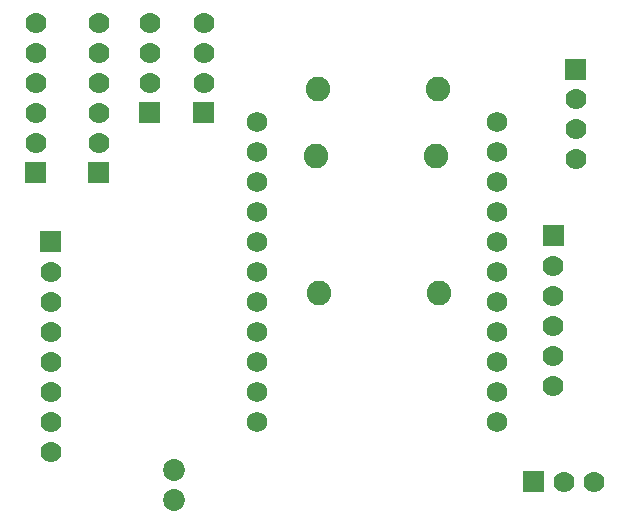
<source format=gbs>
G04 Layer: BottomSolderMaskLayer*
G04 EasyEDA v6.4.7, 2020-11-30T09:48:28+01:00*
G04 ec7fddcfb250444d8e3ff838e6161cd1,b786752bb5b344d598dffec7f8d735c0,10*
G04 Gerber Generator version 0.2*
G04 Scale: 100 percent, Rotated: No, Reflected: No *
G04 Dimensions in millimeters *
G04 leading zeros omitted , absolute positions ,3 integer and 3 decimal *
%FSLAX33Y33*%
%MOMM*%
G90*
D02*

%ADD23C,1.727200*%
%ADD24C,1.778000*%
%ADD26C,2.082800*%
%ADD27C,1.854200*%

%LPD*%
G54D23*
G01X23326Y31358D03*
G01X23326Y28818D03*
G01X23326Y26278D03*
G01X23326Y23738D03*
G01X23326Y21198D03*
G01X23326Y18658D03*
G01X23326Y16118D03*
G01X23326Y13578D03*
G01X23326Y11038D03*
G01X23326Y8498D03*
G01X43646Y8498D03*
G01X43646Y11038D03*
G01X43646Y13578D03*
G01X43646Y16118D03*
G01X43646Y18658D03*
G01X43646Y21198D03*
G01X43646Y23738D03*
G01X43646Y26278D03*
G01X43646Y28818D03*
G01X43646Y31358D03*
G01X23326Y33898D03*
G01X43646Y33898D03*
G54D24*
G01X51845Y3429D03*
G01X49305Y3429D03*
G36*
G01X45876Y2540D02*
G01X45876Y4318D01*
G01X47654Y4318D01*
G01X47654Y2540D01*
G01X45876Y2540D01*
G37*
G01X48416Y11557D03*
G01X48416Y14097D03*
G01X48416Y16637D03*
G01X48416Y19177D03*
G01X48416Y21717D03*
G36*
G01X47527Y23368D02*
G01X47527Y25146D01*
G01X49305Y25146D01*
G01X49305Y23368D01*
G01X47527Y23368D01*
G37*
G01X9935Y42291D03*
G01X9935Y39751D03*
G01X9935Y37211D03*
G01X9935Y34671D03*
G01X9935Y32131D03*
G36*
G01X9046Y28702D02*
G01X9046Y30480D01*
G01X10824Y30480D01*
G01X10824Y28702D01*
G01X9046Y28702D01*
G37*
G01X4601Y42291D03*
G01X4601Y39751D03*
G01X4601Y37211D03*
G01X4601Y34671D03*
G01X4601Y32131D03*
G36*
G01X3712Y28702D02*
G01X3712Y30480D01*
G01X5490Y30480D01*
G01X5490Y28702D01*
G01X3712Y28702D01*
G37*
G54D26*
G01X28604Y19431D03*
G01X38764Y19431D03*
G01X28533Y36703D03*
G01X38693Y36703D03*
G01X28350Y30988D03*
G01X38510Y30988D03*
G36*
G01X49432Y37465D02*
G01X49432Y39243D01*
G01X51210Y39243D01*
G01X51210Y37465D01*
G01X49432Y37465D01*
G37*
G54D24*
G01X50321Y35814D03*
G01X50321Y33274D03*
G01X50321Y30734D03*
G36*
G01X13364Y33782D02*
G01X13364Y35560D01*
G01X15142Y35560D01*
G01X15142Y33782D01*
G01X13364Y33782D01*
G37*
G01X14253Y37211D03*
G01X14253Y39751D03*
G01X14253Y42291D03*
G36*
G01X17936Y33782D02*
G01X17936Y35560D01*
G01X19714Y35560D01*
G01X19714Y33782D01*
G01X17936Y33782D01*
G37*
G01X18825Y37211D03*
G01X18825Y39751D03*
G01X18825Y42291D03*
G54D27*
G01X16285Y4445D03*
G01X16285Y1905D03*
G36*
G01X4982Y22860D02*
G01X4982Y24638D01*
G01X6760Y24638D01*
G01X6760Y22860D01*
G01X4982Y22860D01*
G37*
G54D24*
G01X5871Y21209D03*
G01X5871Y18669D03*
G01X5871Y16129D03*
G01X5871Y13589D03*
G01X5871Y11049D03*
G01X5871Y8509D03*
G01X5871Y5969D03*
M00*
M02*

</source>
